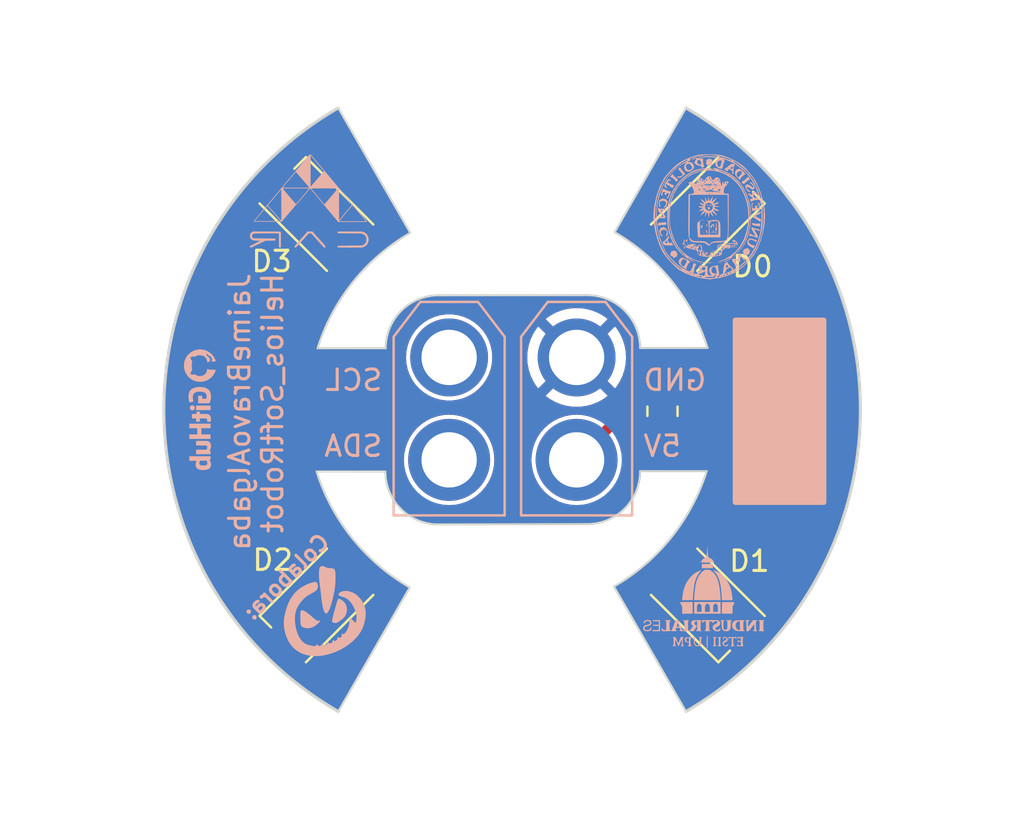
<source format=kicad_pcb>
(kicad_pcb (version 20221018) (generator pcbnew)
  (layers (0 "F.Cu" signal) (31 "B.Cu" signal) (34 "B.Paste" user) (35 "F.Paste" user) (36 "B.SilkS" user "B.Silkscreen") (37 "F.SilkS" user "F.Silkscreen") (38 "B.Mask" user) (39 "F.Mask" user) (44 "Edge.Cuts" user))
  (net 0 "")
  (net 1 "GND")
  (net 2 "VCC")
  (net 3 "Net-(D0-A)")
  (footprint "LED_SMD:LED_PLCC-2" (layer "F.Cu") (at 174.5 109.5 135)
    (fp_text reference "D1" (at 0.019799 2.962495) (layer "F.SilkS"))
    (fp_text value "LED")
    (pad "1" smd rect (at -1.5 0 135) (size 1.5 2.6) (layers "F.Cu" "F.Paste" "F.Mask") (net 1 "GND"))
    (pad "2" smd rect (at 1.5 0 135) (size 1.5 2.6) (layers "F.Cu" "F.Paste" "F.Mask") (net 3 "Net-(D0-A)"))
  )
  (footprint "LED_SMD:LED_PLCC-2" (layer "F.Cu") (at 174.5 90.5 -135)
    (fp_text reference "D0" (at 0.199121 -3.357343) (layer "F.SilkS"))
    (fp_text value "LED")
    (pad "1" smd rect (at -1.5 0 225) (size 1.5 2.6) (layers "F.Cu" "F.Paste" "F.Mask") (net 1 "GND"))
    (pad "2" smd rect (at 1.5 0 225) (size 1.5 2.6) (layers "F.Cu" "F.Paste" "F.Mask") (net 3 "Net-(D0-A)"))
  )
  (footprint "LED_SMD:LED_PLCC-2" (layer "F.Cu") (at 155.5 90.5 -45)
    (fp_text reference "D3" (at 0.017253 3.180001) (layer "F.SilkS"))
    (fp_text value "LED")
    (pad "1" smd rect (at -1.5 0 315) (size 1.5 2.6) (layers "F.Cu" "F.Paste" "F.Mask") (net 1 "GND"))
    (pad "2" smd rect (at 1.5 0 315) (size 1.5 2.6) (layers "F.Cu" "F.Paste" "F.Mask") (net 3 "Net-(D0-A)"))
  )
  (footprint "LED_SMD:LED_PLCC-2" (layer "F.Cu") (at 155.5 109.5 45)
    (fp_text reference "D2" (at -0.018385 -3.07252) (layer "F.SilkS"))
    (fp_text value "LED")
    (pad "1" smd rect (at -1.5 0 45) (size 1.5 2.6) (layers "F.Cu" "F.Paste" "F.Mask") (net 1 "GND"))
    (pad "2" smd rect (at 1.5 0 45) (size 1.5 2.6) (layers "F.Cu" "F.Paste" "F.Mask") (net 3 "Net-(D0-A)"))
  )
  (footprint "Resistor_SMD:R_0805_2012Metric" (layer "F.Cu") (at 172.339 100.076 90)
    (fp_text reference "R0" hide)
    (fp_text value "RL")
    (pad "1" smd roundrect (at -0.9125 0 90) (size 1.025 1.4) (layers "F.Cu" "F.Paste" "F.Mask") (roundrect_rratio 0.243902439) (net 3 "Net-(D0-A)"))
    (pad "2" smd roundrect (at 0.9125 0 90) (size 1.025 1.4) (layers "F.Cu" "F.Paste" "F.Mask") (roundrect_rratio 0.243902439) (net 2 "VCC"))
  )
  (footprint "Connector_AMASS:AMASS_XT30U-F_1x02_P5.0mm_Vertical" (layer "B.Cu") (at 168.148 97.449 -90)
    (fp_text reference "J2" hide)
    (fp_text value "Conn_01x02_Pin")
    (pad "1" thru_hole circle (at 0 0 270) (size 3.8 3.8) (drill 2.7) (layers "*.Cu" "*.Mask") (net 1 "GND"))
    (pad "2" thru_hole circle (at 5 0 270) (size 4 4) (drill 2.7) (layers "*.Cu" "*.Mask") (net 2 "VCC"))
  )
  (footprint "Connector_AMASS:AMASS_XT30U-F_1x02_P5.0mm_Vertical" (layer "B.Cu") (at 161.925 97.449 -90)
    (fp_text reference "J1" hide)
    (fp_text value "Conn_01x02_Pin")
    (pad "1" thru_hole circle (at 0 0 270) (size 3.8 3.8) (drill 2.7) (layers "*.Cu" "*.Mask"))
    (pad "2" thru_hole circle (at 5 0 270) (size 4 4) (drill 2.7) (layers "*.Cu" "*.Mask"))
  )
  (footprint "LOGO" (layer "B.Cu") (at 174.6 90.6 180)
    (fp_text reference "G***" hide)
    (fp_text value "LOGO" hide)
  )
  (footprint "LOGO" (layer "B.Cu") (at 155.8544 109.8296 180)
    (fp_text reference "G***" hide)
    (fp_text value "LOGO" hide)
  )
  (footprint "LOGO" (layer "B.Cu") (at 149.75 100 -90)
    (fp_text reference "G***" hide)
    (fp_text value "LOGO" hide)
  )
  (footprint "LOGO" (layer "B.Cu") (at 155.0924 89.8144 180)
    (fp_text reference "G***" hide)
    (fp_text value "LOGO" hide)
  )
  (footprint "LOGO" (layer "B.Cu") (at 174.3964 109.3724 180)
    (fp_text reference "G***" hide)
    (fp_text value "LOGO" hide)
  )
  (gr_line (start 161.395315 105.598136) (end 168.670557 105.583957) (stroke (width 0.1)) (layer "Edge.Cuts"))
  (gr_line (start 160.025772 91.368253) (end 156.511923 85.270692) (stroke (width 0.1)) (layer "Edge.Cuts"))
  (gr_arc (start 160 108.676765) (mid 157.193985 106.273147) (end 155.450535 103.01562) (stroke (width 0.1)) (layer "Edge.Cuts"))
  (gr_line (start 160 108.676765) (end 156.511923 114.729308) (stroke (width 0.1)) (layer "Edge.Cuts"))
  (gr_arc (start 171.24852 102.998549) (mid 170.494813 104.824986) (end 168.670557 105.583957) (stroke (width 0.1)) (layer "Edge.Cuts"))
  (gr_arc (start 174.5 103) (mid 172.76543 106.240841) (end 169.973684 108.63206) (stroke (width 0.1)) (layer "Edge.Cuts"))
  (gr_arc (start 156.511923 114.729308) (mid 147.999382 100) (end 156.511923 85.270692) (stroke (width 0.15)) (layer "Edge.Cuts"))
  (gr_line (start 158.830613 97.000871) (end 155.5 97) (stroke (width 0.1)) (layer "Edge.Cuts"))
  (gr_arc (start 168.661943 94.408151) (mid 170.488704 95.163735) (end 171.247032 96.989358) (stroke (width 0.1)) (layer "Edge.Cuts"))
  (gr_arc (start 161.395315 105.598136) (mid 159.570052 104.842087) (end 158.814003 103.016824) (stroke (width 0.1)) (layer "Edge.Cuts"))
  (gr_line (start 174.54251 96.986576) (end 171.247033 96.989358) (stroke (width 0.1)) (layer "Edge.Cuts"))
  (gr_line (start 174.5 103) (end 171.248521 102.998549) (stroke (width 0.1)) (layer "Edge.Cuts"))
  (gr_line (start 169.973684 108.63206) (end 173.48684 114.729308) (stroke (width 0.1)) (layer "Edge.Cuts"))
  (gr_arc (start 155.5 97) (mid 157.234373 93.759404) (end 160.025772 91.368253) (stroke (width 0.1)) (layer "Edge.Cuts"))
  (gr_line (start 161.410276 94.415515) (end 168.661943 94.408151) (stroke (width 0.1)) (layer "Edge.Cuts"))
  (gr_arc (start 170.007011 91.335701) (mid 172.804181 93.736216) (end 174.54251 96.986576) (stroke (width 0.1)) (layer "Edge.Cuts"))
  (gr_line (start 173.48684 85.270692) (end 170.007011 91.335701) (stroke (width 0.1)) (layer "Edge.Cuts"))
  (gr_line (start 158.814003 103.016824) (end 155.450535 103.01562) (stroke (width 0.1)) (layer "Edge.Cuts"))
  (gr_arc (start 158.830614 97.000871) (mid 159.585256 95.174182) (end 161.410276 94.415515) (stroke (width 0.1)) (layer "Edge.Cuts"))
  (gr_arc (start 173.48684 85.270692) (mid 181.999381 100) (end 173.48684 114.729308) (stroke (width 0.15)) (layer "Edge.Cuts"))
  (gr_text "Colabora:" (at 153.9748 108.1532 45) (layer "B.SilkS") (effects (font (size 0.75 0.75)) (justify mirror)))
  (gr_text "JaimeBravoAlgaba\nHelios_SoftRobot" (at 152.5 93.25 90) (layer "B.SilkS") (effects (font (size 1 1)) (justify left mirror)))
  (gr_text "SCL\n\nSDA" (at 158.75 102.362) (layer "B.SilkS") (effects (font (size 1 1)) (justify left bottom mirror)))
  (gr_text "GND\n\n5V" (at 171.323 102.362) (layer "B.SilkS") (effects (font (size 1 1)) (justify right bottom mirror)))
  (segment (start 178.1556 97.536) (end 178.1556 107.96572) (width 0.5) (layer "F.Cu") (net 1))
  (segment (start 178.1556 107.96572) (end 175.56066 110.56066) (width 0.5) (layer "F.Cu") (net 1))
  (segment (start 151.8016 92.07708) (end 154.43934 89.43934) (width 0.5) (layer "F.Cu") (net 1))
  (segment (start 178.1556 92.03428) (end 175.56066 89.43934) (width 0.5) (layer "F.Cu") (net 1))
  (segment (start 151.8016 97.4852) (end 151.8016 92.07708) (width 0.5) (layer "F.Cu") (net 1))
  (segment (start 151.8016 107.92292) (end 154.43934 110.56066) (width 0.5) (layer "F.Cu") (net 1))
  (segment (start 151.8016 97.4852) (end 151.8016 107.92292) (width 0.5) (layer "F.Cu") (net 1))
  (segment (start 178.1556 97.536) (end 178.1556 92.03428) (width 0.5) (layer "F.Cu") (net 1))
  (segment (start 168.148 102.449) (end 171.4335 99.1635) (width 0.5) (layer "F.Cu") (net 2))
  (segment (start 171.4335 99.1635) (end 172.339 99.1635) (width 0.5) (layer "F.Cu") (net 2))
  (segment (start 161.925 105.108188) (end 168.143037 105.108188) (width 0.5) (layer "F.Cu") (net 3))
  (segment (start 175.56066 101.6) (end 175.56066 100.838) (width 0.5) (layer "F.Cu") (net 3))
  (segment (start 175.56066 93.68198) (end 173.43934 91.56066) (width 0.5) (layer "F.Cu") (net 3))
  (segment (start 154.2015 101.8775) (end 154.178 101.854) (width 0.5) (layer "F.Cu") (net 3))
  (segment (start 156.56066 108.43934) (end 154.178 106.05668) (width 0.5) (layer "F.Cu") (net 3))
  (segment (start 172.339 100.9885) (end 175.41016 100.9885) (width 0.5) (layer "F.Cu") (net 3))
  (segment (start 154.178 101.346) (end 154.178 99.06) (width 0.5) (layer "F.Cu") (net 3))
  (segment (start 154.178 101.346) (end 158.156508 101.346) (width 0.5) (layer "F.Cu") (net 3))
  (segment (start 154.178 97.8916) (end 154.178 93.94332) (width 0.5) (layer "F.Cu") (net 3))
  (segment (start 154.178 98.7044) (end 154.178 97.8916) (width 0.5) (layer "F.Cu") (net 3))
  (segment (start 175.56066 102.5144) (end 175.56066 106.31802) (width 0.5) (layer "F.Cu") (net 3))
  (segment (start 154.178 101.854) (end 154.178 101.346) (width 0.5) (layer "F.Cu") (net 3))
  (segment (start 172.339 100.9885) (end 172.276862 100.9885) (width 0.5) (layer "F.Cu") (net 3))
  (segment (start 154.178 93.94332) (end 156.56066 91.56066) (width 0.5) (layer "F.Cu") (net 3))
  (segment (start 154.2015 99.0365) (end 154.178 99.06) (width 0.25) (layer "F.Cu") (net 3))
  (segment (start 154.178 106.05668) (end 154.178 101.854) (width 0.5) (layer "F.Cu") (net 3))
  (segment (start 158.156508 101.346) (end 159.242706 102.432198) (width 0.5) (layer "F.Cu") (net 3))
  (segment (start 175.56066 100.838) (end 175.56066 93.68198) (width 0.5) (layer "F.Cu") (net 3))
  (segment (start 175.56066 106.31802) (end 173.43934 108.43934) (width 0.5) (layer "F.Cu") (net 3))
  (segment (start 175.41016 100.9885) (end 175.56066 100.838) (width 0.5) (layer "F.Cu") (net 3))
  (segment (start 172.276862 100.9885) (end 170.776362 102.489) (width 0.5) (layer "F.Cu") (net 3))
  (segment (start 154.178 99.06) (end 154.178 98.7044) (width 0.5) (layer "F.Cu") (net 3))
  (segment (start 175.56066 102.5144) (end 175.56066 101.6) (width 0.5) (layer "F.Cu") (net 3))
  (arc (start 168.142463 105.117356) (mid 170.004574 104.349489) (end 170.776362 102.489) (width 0.5) (layer "F.Cu") (net 3))
  (arc (start 161.925 105.108188) (mid 160.030559 104.32479) (end 159.242706 102.432198) (width 0.5) (layer "F.Cu") (net 3))
  (zone (net 1) (net_name "GND") (layers "F&B.Cu") (connect_pads (clearance 0)) (min_thickness 0.254) (fill yes (thermal_gap 0.508) (thermal_bridge_width 0.508) (island_removal_mode 2) (island_area_min 10))
    (polygon (pts (xy 190 120) (xy 140 120) (xy 140 80) (xy 190 80)))
  )
  (zone (net 0) (net_name "") (layer "B.SilkS") (connect_pads (clearance 0)) (min_thickness 0.25) (fill yes (thermal_gap 0.5) (thermal_bridge_width 0.5))
    (polygon (pts (xy 180.34 95.504) (xy 175.768 95.504) (xy 175.768 104.648) (xy 180.34 104.648)))
  )
)
</source>
